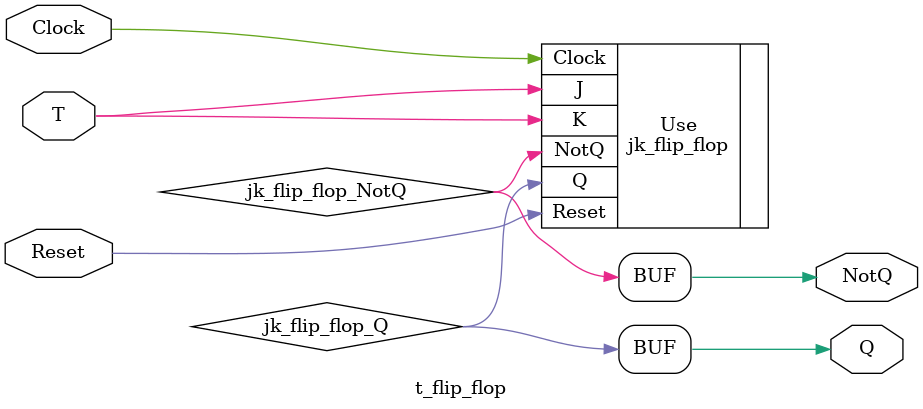
<source format=v>
module t_flip_flop(
    input T,
    input Clock,
    input Reset,
    output Q,
    output NotQ
    );
       
    wire jk_flip_flop_Q;    
    wire jk_flip_flop_NotQ;    
        
    jk_flip_flop Use(
        .J(T),
        .K(T),
        .Clock(Clock),
        .Reset(Reset),
        .Q(jk_flip_flop_Q),
        .NotQ(jk_flip_flop_NotQ)
    ); 

    assign Q = jk_flip_flop_Q;
    assign NotQ = jk_flip_flop_NotQ;

endmodule

</source>
